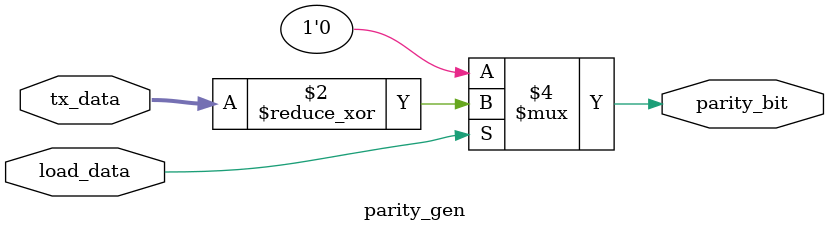
<source format=v>
module parity_gen (tx_data, load_data, parity_bit);

    input load_data;
    input [7:0] tx_data;

    output reg parity_bit;

    always @ (*) begin
        if(load_data) begin
            parity_bit = ^(tx_data);
    	end
    	else begin
            parity_bit = 0;
    	end
    end

endmodule

/*
module paritygentest;

    reg load_data;
    reg [7:0] tx_data;

    wire parity_bit;

    parity_gen p1 (.tx_data(tx_data), .load_data(load_data), .parity_bit(parity_bit));

    initial begin 
        $dumpfile("parity_gen_tb.vcd");
        $dumpvars(0, paritygentest);

        tx_data=8'b01011110; load_data=0;
        #2 load_data=1;
        #2 tx_data=8'b01011111; load_data=0;
        #2 load_data=1;
        $finish();
    end

    initial begin 
        $monitor("time=%0d, tx_data=%b, load_data=%b, parity_bit=%b", $time, tx_data, load_data, parity_bit);
    end

endmodule
*/
</source>
